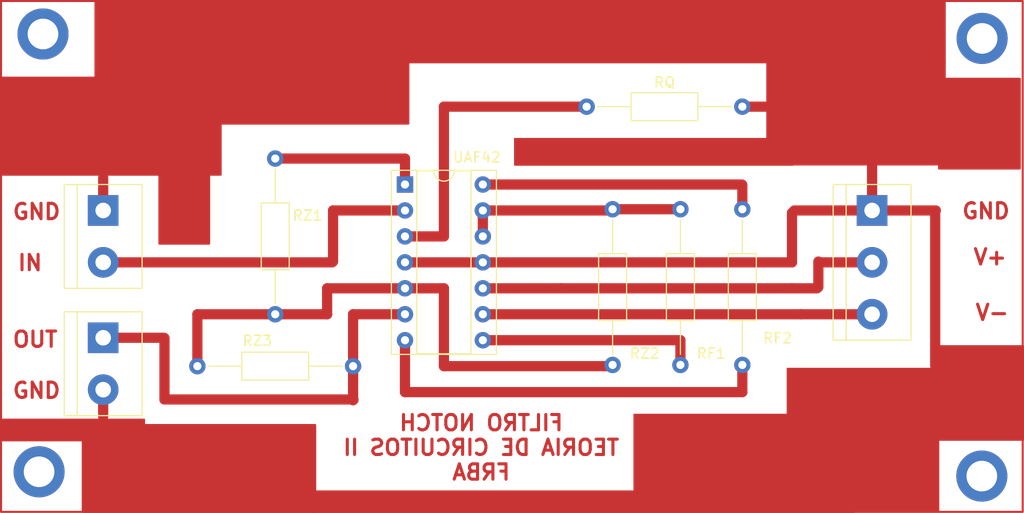
<source format=kicad_pcb>
(kicad_pcb (version 20221018) (generator pcbnew)
  (layers (0 "F.Cu" signal) (31 "B.Cu" signal) (34 "B.Paste" user) (35 "F.Paste" user) (36 "B.SilkS" user "B.Silkscreen") (37 "F.SilkS" user "F.Silkscreen") (38 "B.Mask" user) (39 "F.Mask" user) (44 "Edge.Cuts" user))
  (net 0 "")
  (footprint "Resistor_THT:R_Axial_DIN0207_L6.3mm_D2.5mm_P15.24mm_Horizontal" (layer "F.Cu") (at 162.56 78.62 90)
    (fp_text reference "RF2" (at 2.62 3.44) (layer "F.SilkS"))
    (fp_text value "3K3")
    (fp_line (start 1.04 0) (end 4.35 0) (stroke (width 0.12)) (layer "F.SilkS"))
    (fp_line (start 4.35 -1.37) (end 4.35 1.37) (stroke (width 0.12)) (layer "F.SilkS"))
    (fp_line (start 4.35 1.37) (end 10.89 1.37) (stroke (width 0.12)) (layer "F.SilkS"))
    (fp_line (start 10.89 -1.37) (end 4.35 -1.37) (stroke (width 0.12)) (layer "F.SilkS"))
    (fp_line (start 10.89 1.37) (end 10.89 -1.37) (stroke (width 0.12)) (layer "F.SilkS"))
    (fp_line (start 14.2 0) (end 10.89 0) (stroke (width 0.12)) (layer "F.SilkS"))
    (pad "1" thru_hole circle (at 0 0 90) (size 1.6 1.6) (drill 0.8) (layers "*.Cu" "*.Mask"))
    (pad "2" thru_hole oval (at 15.24 0 90) (size 1.6 1.6) (drill 0.8) (layers "*.Cu" "*.Mask"))
  )
  (footprint "Resistor_THT:R_Axial_DIN0207_L6.3mm_D2.5mm_P15.24mm_Horizontal" (layer "F.Cu") (at 147.32 53.34)
    (fp_text reference "RQ" (at 7.62 -2.37) (layer "F.SilkS"))
    (fp_text value "6K6")
    (fp_line (start 1.04 0) (end 4.35 0) (stroke (width 0.12)) (layer "F.SilkS"))
    (fp_line (start 4.35 -1.37) (end 4.35 1.37) (stroke (width 0.12)) (layer "F.SilkS"))
    (fp_line (start 4.35 1.37) (end 10.89 1.37) (stroke (width 0.12)) (layer "F.SilkS"))
    (fp_line (start 10.89 -1.37) (end 4.35 -1.37) (stroke (width 0.12)) (layer "F.SilkS"))
    (fp_line (start 10.89 1.37) (end 10.89 -1.37) (stroke (width 0.12)) (layer "F.SilkS"))
    (fp_line (start 14.2 0) (end 10.89 0) (stroke (width 0.12)) (layer "F.SilkS"))
    (pad "1" thru_hole circle (at 0 0) (size 1.6 1.6) (drill 0.8) (layers "*.Cu" "*.Mask"))
    (pad "2" thru_hole oval (at 15.24 0) (size 1.6 1.6) (drill 0.8) (layers "*.Cu" "*.Mask"))
  )
  (footprint "Resistor_THT:R_Axial_DIN0207_L6.3mm_D2.5mm_P15.24mm_Horizontal" (layer "F.Cu") (at 109.22 78.74)
    (fp_text reference "RZ3" (at 5.8674 -2.4892) (layer "F.SilkS"))
    (fp_text value "10K")
    (fp_line (start 1.04 0) (end 4.35 0) (stroke (width 0.12)) (layer "F.SilkS"))
    (fp_line (start 4.35 -1.37) (end 4.35 1.37) (stroke (width 0.12)) (layer "F.SilkS"))
    (fp_line (start 4.35 1.37) (end 10.89 1.37) (stroke (width 0.12)) (layer "F.SilkS"))
    (fp_line (start 10.89 -1.37) (end 4.35 -1.37) (stroke (width 0.12)) (layer "F.SilkS"))
    (fp_line (start 10.89 1.37) (end 10.89 -1.37) (stroke (width 0.12)) (layer "F.SilkS"))
    (fp_line (start 14.2 0) (end 10.89 0) (stroke (width 0.12)) (layer "F.SilkS"))
    (pad "1" thru_hole circle (at 0 0) (size 1.6 1.6) (drill 0.8) (layers "*.Cu" "*.Mask"))
    (pad "2" thru_hole oval (at 15.24 0) (size 1.6 1.6) (drill 0.8) (layers "*.Cu" "*.Mask"))
  )
  (footprint "TerminalBlock:TerminalBlock_bornier-2_P5.08mm" (layer "F.Cu") (at 100 75.96 -90)
    (fp_text reference "REF**" hide)
    (fp_text value "OUT-IN" hide)
    (fp_line (start -2.54 -3.81) (end -2.54 3.81) (stroke (width 0.12)) (layer "F.SilkS"))
    (fp_line (start -2.54 3.81) (end 7.62 3.81) (stroke (width 0.12)) (layer "F.SilkS"))
    (fp_line (start 7.62 -3.81) (end -2.54 -3.81) (stroke (width 0.12)) (layer "F.SilkS"))
    (fp_line (start 7.62 2.54) (end -2.54 2.54) (stroke (width 0.12)) (layer "F.SilkS"))
    (fp_line (start 7.62 3.81) (end 7.62 -3.81) (stroke (width 0.12)) (layer "F.SilkS"))
    (pad "1" thru_hole rect (at 0 0 270) (size 3 3) (drill 1.52) (layers "*.Cu" "*.Mask"))
    (pad "2" thru_hole circle (at 5.08 0 270) (size 3 3) (drill 1.52) (layers "*.Cu" "*.Mask"))
  )
  (footprint "TerminalBlock:TerminalBlock_bornier-2_P5.08mm" (layer "F.Cu") (at 100 63.5 -90)
    (fp_text reference "REF**" hide)
    (fp_text value "OUT-IN" hide)
    (fp_line (start -2.54 -3.81) (end -2.54 3.81) (stroke (width 0.12)) (layer "F.SilkS"))
    (fp_line (start -2.54 3.81) (end 7.62 3.81) (stroke (width 0.12)) (layer "F.SilkS"))
    (fp_line (start 7.62 -3.81) (end -2.54 -3.81) (stroke (width 0.12)) (layer "F.SilkS"))
    (fp_line (start 7.62 2.54) (end -2.54 2.54) (stroke (width 0.12)) (layer "F.SilkS"))
    (fp_line (start 7.62 3.81) (end 7.62 -3.81) (stroke (width 0.12)) (layer "F.SilkS"))
    (pad "1" thru_hole rect (at 0 0 270) (size 3 3) (drill 1.52) (layers "*.Cu" "*.Mask"))
    (pad "2" thru_hole circle (at 5.08 0 270) (size 3 3) (drill 1.52) (layers "*.Cu" "*.Mask"))
  )
  (footprint "TerminalBlock:TerminalBlock_bornier-3_P5.08mm" (layer "F.Cu") (at 175.26 63.5 -90)
    (fp_text reference "REF**" hide)
    (fp_text value "TerminalBlock_bornier-3_P5.08mm" hide)
    (fp_line (start -2.54 -3.81) (end 12.7 -3.81) (stroke (width 0.12)) (layer "F.SilkS"))
    (fp_line (start -2.54 2.54) (end 12.7 2.54) (stroke (width 0.12)) (layer "F.SilkS"))
    (fp_line (start -2.54 3.81) (end -2.54 -3.81) (stroke (width 0.12)) (layer "F.SilkS"))
    (fp_line (start -2.54 3.81) (end 12.7 3.81) (stroke (width 0.12)) (layer "F.SilkS"))
    (fp_line (start 12.7 3.81) (end 12.7 -3.81) (stroke (width 0.12)) (layer "F.SilkS"))
    (pad "1" thru_hole rect (at 0 0 270) (size 3 3) (drill 1.52) (layers "*.Cu" "*.Mask"))
    (pad "2" thru_hole circle (at 5.08 0 270) (size 3 3) (drill 1.52) (layers "*.Cu" "*.Mask"))
    (pad "3" thru_hole circle (at 10.16 0 270) (size 3 3) (drill 1.52) (layers "*.Cu" "*.Mask"))
  )
  (footprint "Resistor_THT:R_Axial_DIN0207_L6.3mm_D2.5mm_P15.24mm_Horizontal" (layer "F.Cu") (at 156.5 78.62 90)
    (fp_text reference "RF1" (at 1.12 3) (layer "F.SilkS"))
    (fp_text value "3K3")
    (fp_line (start 1.04 0) (end 4.35 0) (stroke (width 0.12)) (layer "F.SilkS"))
    (fp_line (start 4.35 -1.37) (end 4.35 1.37) (stroke (width 0.12)) (layer "F.SilkS"))
    (fp_line (start 4.35 1.37) (end 10.89 1.37) (stroke (width 0.12)) (layer "F.SilkS"))
    (fp_line (start 10.89 -1.37) (end 4.35 -1.37) (stroke (width 0.12)) (layer "F.SilkS"))
    (fp_line (start 10.89 1.37) (end 10.89 -1.37) (stroke (width 0.12)) (layer "F.SilkS"))
    (fp_line (start 14.2 0) (end 10.89 0) (stroke (width 0.12)) (layer "F.SilkS"))
    (pad "1" thru_hole circle (at 0 0 90) (size 1.6 1.6) (drill 0.8) (layers "*.Cu" "*.Mask"))
    (pad "2" thru_hole oval (at 15.24 0 90) (size 1.6 1.6) (drill 0.8) (layers "*.Cu" "*.Mask"))
  )
  (footprint "Resistor_THT:R_Axial_DIN0207_L6.3mm_D2.5mm_P15.24mm_Horizontal" (layer "F.Cu") (at 116.84 73.66 90)
    (fp_text reference "RZ1" (at 9.66 3.16) (layer "F.SilkS"))
    (fp_text value "2K")
    (fp_line (start 1.04 0) (end 4.35 0) (stroke (width 0.12)) (layer "F.SilkS"))
    (fp_line (start 4.35 -1.37) (end 4.35 1.37) (stroke (width 0.12)) (layer "F.SilkS"))
    (fp_line (start 4.35 1.37) (end 10.89 1.37) (stroke (width 0.12)) (layer "F.SilkS"))
    (fp_line (start 10.89 -1.37) (end 4.35 -1.37) (stroke (width 0.12)) (layer "F.SilkS"))
    (fp_line (start 10.89 1.37) (end 10.89 -1.37) (stroke (width 0.12)) (layer "F.SilkS"))
    (fp_line (start 14.2 0) (end 10.89 0) (stroke (width 0.12)) (layer "F.SilkS"))
    (pad "1" thru_hole circle (at 0 0 90) (size 1.6 1.6) (drill 0.8) (layers "*.Cu" "*.Mask"))
    (pad "2" thru_hole oval (at 15.24 0 90) (size 1.6 1.6) (drill 0.8) (layers "*.Cu" "*.Mask"))
  )
  (footprint "Package_DIP:DIP-14_W7.62mm_Socket" (layer "F.Cu") (at 129.54 60.96)
    (fp_text reference "UAF42" (at 7.0358 -2.667) (layer "F.SilkS"))
    (fp_text value "Filtro_NOTCH")
    (fp_line (start -1.33 -1.39) (end -1.33 16.63) (stroke (width 0.12)) (layer "F.SilkS"))
    (fp_line (start -1.33 16.63) (end 8.95 16.63) (stroke (width 0.12)) (layer "F.SilkS"))
    (fp_line (start 1.16 -1.33) (end 1.16 16.57) (stroke (width 0.12)) (layer "F.SilkS"))
    (fp_line (start 1.16 16.57) (end 6.46 16.57) (stroke (width 0.12)) (layer "F.SilkS"))
    (fp_line (start 2.81 -1.33) (end 1.16 -1.33) (stroke (width 0.12)) (layer "F.SilkS"))
    (fp_line (start 6.46 -1.33) (end 4.81 -1.33) (stroke (width 0.12)) (layer "F.SilkS"))
    (fp_line (start 6.46 16.57) (end 6.46 -1.33) (stroke (width 0.12)) (layer "F.SilkS"))
    (fp_line (start 8.95 -1.39) (end -1.33 -1.39) (stroke (width 0.12)) (layer "F.SilkS"))
    (fp_line (start 8.95 16.63) (end 8.95 -1.39) (stroke (width 0.12)) (layer "F.SilkS"))
    (fp_arc (start 4.81 -1.33) (mid 3.81 -0.33) (end 2.81 -1.33) (stroke (width 0.12)) (layer "F.SilkS"))
    (pad "1" thru_hole rect (at 0 0) (size 1.6 1.6) (drill 0.8) (layers "*.Cu" "*.Mask"))
    (pad "2" thru_hole oval (at 0 2.54) (size 1.6 1.6) (drill 0.8) (layers "*.Cu" "*.Mask"))
    (pad "3" thru_hole oval (at 0 5.08) (size 1.6 1.6) (drill 0.8) (layers "*.Cu" "*.Mask"))
    (pad "4" thru_hole oval (at 0 7.62) (size 1.6 1.6) (drill 0.8) (layers "*.Cu" "*.Mask"))
    (pad "5" thru_hole oval (at 0 10.16) (size 1.6 1.6) (drill 0.8) (layers "*.Cu" "*.Mask"))
    (pad "6" thru_hole oval (at 0 12.7) (size 1.6 1.6) (drill 0.8) (layers "*.Cu" "*.Mask"))
    (pad "7" thru_hole oval (at 0 15.24) (size 1.6 1.6) (drill 0.8) (layers "*.Cu" "*.Mask"))
    (pad "8" thru_hole oval (at 7.62 15.24) (size 1.6 1.6) (drill 0.8) (layers "*.Cu" "*.Mask"))
    (pad "9" thru_hole oval (at 7.62 12.7) (size 1.6 1.6) (drill 0.8) (layers "*.Cu" "*.Mask"))
    (pad "10" thru_hole oval (at 7.62 10.16) (size 1.6 1.6) (drill 0.8) (layers "*.Cu" "*.Mask"))
    (pad "11" thru_hole oval (at 7.62 7.62) (size 1.6 1.6) (drill 0.8) (layers "*.Cu" "*.Mask"))
    (pad "12" thru_hole oval (at 7.62 5.08) (size 1.6 1.6) (drill 0.8) (layers "*.Cu" "*.Mask"))
    (pad "13" thru_hole oval (at 7.62 2.54) (size 1.6 1.6) (drill 0.8) (layers "*.Cu" "*.Mask"))
    (pad "14" thru_hole oval (at 7.62 0) (size 1.6 1.6) (drill 0.8) (layers "*.Cu" "*.Mask"))
  )
  (footprint "Resistor_THT:R_Axial_DIN0207_L6.3mm_D2.5mm_P15.24mm_Horizontal" (layer "F.Cu") (at 149.86 78.62 90)
    (fp_text reference "RZ2" (at 1.12 3.14) (layer "F.SilkS"))
    (fp_text value "2K")
    (fp_line (start 1.04 0) (end 4.35 0) (stroke (width 0.12)) (layer "F.SilkS"))
    (fp_line (start 4.35 -1.37) (end 4.35 1.37) (stroke (width 0.12)) (layer "F.SilkS"))
    (fp_line (start 4.35 1.37) (end 10.89 1.37) (stroke (width 0.12)) (layer "F.SilkS"))
    (fp_line (start 10.89 -1.37) (end 4.35 -1.37) (stroke (width 0.12)) (layer "F.SilkS"))
    (fp_line (start 10.89 1.37) (end 10.89 -1.37) (stroke (width 0.12)) (layer "F.SilkS"))
    (fp_line (start 14.2 0) (end 10.89 0) (stroke (width 0.12)) (layer "F.SilkS"))
    (pad "1" thru_hole circle (at 0 0 90) (size 1.6 1.6) (drill 0.8) (layers "*.Cu" "*.Mask"))
    (pad "2" thru_hole oval (at 15.24 0 90) (size 1.6 1.6) (drill 0.8) (layers "*.Cu" "*.Mask"))
  )
  (gr_rect (start 181.8132 50.6098) (end 189.7196 59.3962) (stroke (width 0.2)) (fill solid) (layer "F.Cu"))
  (gr_rect (start 105.5 48.75) (end 110.3716 66.75) (stroke (width 0.2)) (fill solid) (layer "F.Cu"))
  (gr_rect (start 98 84.5) (end 120.75 93) (stroke (width 0.2)) (fill solid) (layer "F.Cu"))
  (gr_rect (start 90 43) (end 190 93) (stroke (width 0.2)) (fill none) (layer "F.Cu"))
  (gr_rect (start 120.5 91) (end 173.5 93) (stroke (width 0.2)) (fill solid) (layer "F.Cu"))
  (gr_rect (start 165 49) (end 182.3716 59) (stroke (width 0.2)) (fill solid) (layer "F.Cu"))
  (gr_rect (start 181.737 76.7842) (end 190.0428 85.9439) (stroke (width 0.2)) (fill solid) (layer "F.Cu"))
  (gr_rect (start 152 83.5) (end 169.75 91.5) (stroke (width 0.2)) (fill solid) (layer "F.Cu"))
  (gr_rect (start 90 83.9746) (end 104 86) (stroke (width 0.2)) (fill solid) (layer "F.Cu"))
  (gr_rect (start 90 50.5) (end 111.5 60) (stroke (width 0.2)) (fill solid) (layer "F.Cu"))
  (gr_rect (start 167 79) (end 181.737 92.8878) (stroke (width 0.2)) (fill solid) (layer "F.Cu"))
  (gr_rect (start 127 43) (end 182.3716 49) (stroke (width 0.2)) (fill solid) (layer "F.Cu"))
  (gr_rect (start 99.2456 43) (end 129.8702 55) (stroke (width 0.2)) (fill solid) (layer "F.Cu"))
  (gr_rect (start 140.3142 56.5) (end 167.5 59.0254) (stroke (width 0.2)) (fill solid) (layer "F.Cu"))
  (gr_text "FILTRO NOTCH\nTEORIA DE CIRCUITOS II\nFRBA\n" (at 137 90) (layer "F.Cu") (effects (font (size 1.5 1.5) (thickness 0.3) bold) (justify bottom mirror)))
  (gr_text "OUT\n" (at 91 77) (layer "F.Cu") (effects (font (size 1.5 1.5) (thickness 0.3) bold) (justify left bottom)))
  (gr_text "V+\n" (at 185.039 68.9356) (layer "F.Cu") (effects (font (size 1.5 1.5) (thickness 0.3) bold) (justify left bottom)))
  (gr_text "GND\n" (at 183.9214 64.4398) (layer "F.Cu") (effects (font (size 1.5 1.5) (thickness 0.3) bold) (justify left bottom)))
  (gr_text "GND\n" (at 91 82) (layer "F.Cu") (effects (font (size 1.5 1.5) (thickness 0.3) bold) (justify left bottom)))
  (gr_text "IN\n" (at 91.5 69.5) (layer "F.Cu") (effects (font (size 1.5 1.5) (thickness 0.3) bold) (justify left bottom)))
  (gr_text "GND\n" (at 91 64.5) (layer "F.Cu") (effects (font (size 1.5 1.5) (thickness 0.3) bold) (justify left bottom)))
  (gr_text "V-\n" (at 185.2422 74.3712) (layer "F.Cu") (effects (font (size 1.5 1.5) (thickness 0.3) bold) (justify left bottom)))
  (segment (start 155.2416 76.2) (end 155.0416 76) (width 0) (layer "F.Cu") (net 0))
  (segment (start 116.84 73.66) (end 121.92 73.66) (width 1) (layer "F.Cu") (net 0))
  (segment (start 144.78 71.12) (end 137.16 71.12) (width 1) (layer "F.Cu") (net 0))
  (segment (start 133.35 53.34) (end 147.32 53.34) (width 1) (layer "F.Cu") (net 0))
  (segment (start 129.54 58.42) (end 129.54 60.96) (width 1) (layer "F.Cu") (net 0))
  (segment (start 162.56 81.28) (end 129.54 81.28) (width 1) (layer "F.Cu") (net 0))
  (segment (start 116.84 58.42) (end 129.54 58.42) (width 1) (layer "F.Cu") (net 0))
  (segment (start 170.08 68.58) (end 175.26 68.58) (width 1) (layer "F.Cu") (net 0))
  (segment (start 181.437 63.563) (end 181.437 78.7) (width 1) (layer "F.Cu") (net 0))
  (segment (start 100 63.5) (end 100 60.3) (width 1) (layer "F.Cu") (net 0))
  (segment (start 129.54 71.12) (end 133.35 71.12) (width 1) (layer "F.Cu") (net 0))
  (segment (start 100 75.96) (end 105.96 75.96) (width 1) (layer "F.Cu") (net 0))
  (segment (start 170 71) (end 170 68.5) (width 1) (layer "F.Cu") (net 0))
  (segment (start 124.46 82.08) (end 124.5 82.04) (width 1) (layer "F.Cu") (net 0))
  (segment (start 106 82) (end 124.5 82) (width 1) (layer "F.Cu") (net 0))
  (segment (start 156.5 78.62) (end 156.5 76.2) (width 1) (layer "F.Cu") (net 0))
  (segment (start 121.92 71.12) (end 129.54 71.12) (width 1) (layer "F.Cu") (net 0))
  (segment (start 149.86 63.5) (end 137.16 63.5) (width 1) (layer "F.Cu") (net 0))
  (segment (start 162.56 53.34) (end 175.26 53.34) (width 1) (layer "F.Cu") (net 0))
  (segment (start 167.38 71.12) (end 169.88 71.12) (width 1) (layer "F.Cu") (net 0))
  (segment (start 109.22 73.66) (end 116.84 73.66) (width 1) (layer "F.Cu") (net 0))
  (segment (start 137.16 76.2) (end 156.5 76.2) (width 1) (layer "F.Cu") (net 0))
  (segment (start 169.88 71.12) (end 170 71) (width 0.2) (layer "F.Cu") (net 0))
  (segment (start 137.16 68.58) (end 129.54 68.58) (width 1) (layer "F.Cu") (net 0))
  (segment (start 129.54 81.28) (end 129.54 76.2) (width 1) (layer "F.Cu") (net 0))
  (segment (start 162.56 78.62) (end 162.56 81.28) (width 1) (layer "F.Cu") (net 0))
  (segment (start 137.16 73.66) (end 168.3004 73.66) (width 1) (layer "F.Cu") (net 0))
  (segment (start 122.42 68.58) (end 122.5 68.5) (width 0) (layer "F.Cu") (net 0))
  (segment (start 144.78 71.12) (end 167.38 71.12) (width 1) (layer "F.Cu") (net 0))
  (segment (start 100 68.58) (end 100.08 68.5) (width 1) (layer "F.Cu") (net 0))
  (segment (start 100 68.58) (end 122.42 68.58) (width 1) (layer "F.Cu") (net 0))
  (segment (start 167.42 63.72) (end 167.64 63.5) (width 0.2) (layer "F.Cu") (net 0))
  (segment (start 129.54 63.5) (end 122.5 63.5) (width 1) (layer "F.Cu") (net 0))
  (segment (start 175.26 63.5) (end 181.5 63.5) (width 1) (layer "F.Cu") (net 0))
  (segment (start 133.35 78.74) (end 149.86 78.74) (width 1) (layer "F.Cu") (net 0))
  (segment (start 133.35 66.04) (end 133.35 53.34) (width 1) (layer "F.Cu") (net 0))
  (segment (start 124.46 73.66) (end 129.54 73.66) (width 1) (layer "F.Cu") (net 0))
  (segment (start 105.96 75.96) (end 106 76) (width 0) (layer "F.Cu") (net 0))
  (segment (start 156.5 76.2) (end 155.2416 76.2) (width 0) (layer "F.Cu") (net 0))
  (segment (start 167.64 63.5) (end 175.26 63.5) (width 1) (layer "F.Cu") (net 0))
  (segment (start 129.54 66.04) (end 133.35 66.04) (width 1) (layer "F.Cu") (net 0))
  (segment (start 137.16 60.96) (end 162.52 60.96) (width 1) (layer "F.Cu") (net 0))
  (segment (start 162.56 63.38) (end 162.56 61) (width 1) (layer "F.Cu") (net 0))
  (segment (start 175.26 53.34) (end 175.26 63.5) (width 1) (layer "F.Cu") (net 0))
  (segment (start 137.16 66.04) (end 137.16 63.5) (width 1) (layer "F.Cu") (net 0))
  (segment (start 124.46 82) (end 124.46 73.66) (width 1) (layer "F.Cu") (net 0))
  (segment (start 169.08 68.58) (end 169 68.5) (width 0) (layer "F.Cu") (net 0))
  (segment (start 124.5 82.04) (end 124.46 82) (width 0.2) (layer "F.Cu") (net 0))
  (segment (start 121.92 73.66) (end 121.92 71.12) (width 1) (layer "F.Cu") (net 0))
  (segment (start 122.5 63.5) (end 122.5 68.5) (width 1) (layer "F.Cu") (net 0))
  (segment (start 167.42 68.58) (end 167.42 63.72) (width 1) (layer "F.Cu") (net 0))
  (segment (start 100 81.04) (end 100 83.6746) (width 1) (layer "F.Cu") (net 0))
  (segment (start 109.22 78.74) (end 109.22 73.66) (width 1) (layer "F.Cu") (net 0))
  (segment (start 106 76) (end 106 82) (width 1) (layer "F.Cu") (net 0))
  (segment (start 181.5 63.5) (end 181.437 63.563) (width 0) (layer "F.Cu") (net 0))
  (segment (start 170 68.5) (end 170.08 68.58) (width 0.2) (layer "F.Cu") (net 0))
  (segment (start 168.3004 73.66) (end 175.26 73.66) (width 1) (layer "F.Cu") (net 0))
  (segment (start 137.16 68.58) (end 167.42 68.58) (width 1) (layer "F.Cu") (net 0))
  (segment (start 175.26 68.58) (end 175.18 68.5) (width 1) (layer "F.Cu") (net 0))
  (segment (start 162.52 60.96) (end 162.56 61) (width 0) (layer "F.Cu") (net 0))
  (segment (start 149.86 63.38) (end 156.5 63.38) (width 1) (layer "F.Cu") (net 0))
  (segment (start 133.35 71.12) (end 133.35 78.74) (width 1) (layer "F.Cu") (net 0))
  (via (at 94.107 46.228) (size 5) (drill 3) (layers "F.Cu" "B.Cu") (net 0))
  (via (at 186 89.5) (size 5) (drill 3) (layers "F.Cu" "B.Cu") (net 0))
  (via (at 93.726 89.0778) (size 5) (drill 3) (layers "F.Cu" "B.Cu") (net 0))
  (via (at 186.0296 46.6598) (size 5) (drill 3) (layers "F.Cu" "B.Cu") (net 0))
)
</source>
